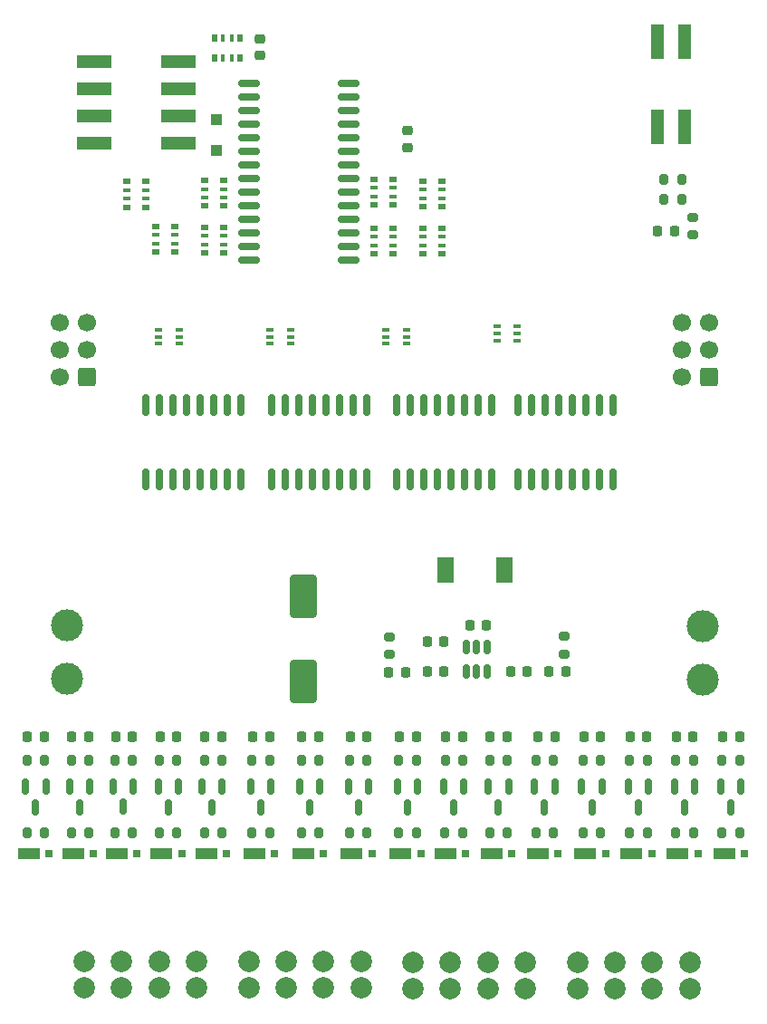
<source format=gts>
%TF.GenerationSoftware,KiCad,Pcbnew,(6.0.9)*%
%TF.CreationDate,2023-11-09T17:58:51+05:30*%
%TF.ProjectId,Modular-I2C-4PxRJ45-Relay-Driver,4d6f6475-6c61-4722-9d49-32432d345078,2*%
%TF.SameCoordinates,Original*%
%TF.FileFunction,Soldermask,Top*%
%TF.FilePolarity,Negative*%
%FSLAX46Y46*%
G04 Gerber Fmt 4.6, Leading zero omitted, Abs format (unit mm)*
G04 Created by KiCad (PCBNEW (6.0.9)) date 2023-11-09 17:58:51*
%MOMM*%
%LPD*%
G01*
G04 APERTURE LIST*
G04 Aperture macros list*
%AMRoundRect*
0 Rectangle with rounded corners*
0 $1 Rounding radius*
0 $2 $3 $4 $5 $6 $7 $8 $9 X,Y pos of 4 corners*
0 Add a 4 corners polygon primitive as box body*
4,1,4,$2,$3,$4,$5,$6,$7,$8,$9,$2,$3,0*
0 Add four circle primitives for the rounded corners*
1,1,$1+$1,$2,$3*
1,1,$1+$1,$4,$5*
1,1,$1+$1,$6,$7*
1,1,$1+$1,$8,$9*
0 Add four rect primitives between the rounded corners*
20,1,$1+$1,$2,$3,$4,$5,0*
20,1,$1+$1,$4,$5,$6,$7,0*
20,1,$1+$1,$6,$7,$8,$9,0*
20,1,$1+$1,$8,$9,$2,$3,0*%
G04 Aperture macros list end*
%ADD10RoundRect,0.250000X0.600000X0.600000X-0.600000X0.600000X-0.600000X-0.600000X0.600000X-0.600000X0*%
%ADD11C,1.700000*%
%ADD12RoundRect,0.218750X0.218750X0.256250X-0.218750X0.256250X-0.218750X-0.256250X0.218750X-0.256250X0*%
%ADD13RoundRect,0.200000X-0.200000X-0.275000X0.200000X-0.275000X0.200000X0.275000X-0.200000X0.275000X0*%
%ADD14C,2.000000*%
%ADD15R,2.000000X1.100000*%
%ADD16R,0.800000X0.800000*%
%ADD17RoundRect,0.150000X-0.150000X0.837500X-0.150000X-0.837500X0.150000X-0.837500X0.150000X0.837500X0*%
%ADD18R,0.650000X0.400000*%
%ADD19RoundRect,0.150000X-0.150000X0.587500X-0.150000X-0.587500X0.150000X-0.587500X0.150000X0.587500X0*%
%ADD20C,3.000000*%
%ADD21R,0.800000X0.500000*%
%ADD22R,0.800000X0.400000*%
%ADD23RoundRect,0.200000X-0.275000X0.200000X-0.275000X-0.200000X0.275000X-0.200000X0.275000X0.200000X0*%
%ADD24RoundRect,0.218750X-0.218750X-0.256250X0.218750X-0.256250X0.218750X0.256250X-0.218750X0.256250X0*%
%ADD25RoundRect,0.225000X0.250000X-0.225000X0.250000X0.225000X-0.250000X0.225000X-0.250000X-0.225000X0*%
%ADD26R,0.500000X0.800000*%
%ADD27R,0.400000X0.800000*%
%ADD28RoundRect,0.225000X0.225000X0.250000X-0.225000X0.250000X-0.225000X-0.250000X0.225000X-0.250000X0*%
%ADD29RoundRect,0.200000X0.200000X0.275000X-0.200000X0.275000X-0.200000X-0.275000X0.200000X-0.275000X0*%
%ADD30RoundRect,0.150000X0.150000X-0.512500X0.150000X0.512500X-0.150000X0.512500X-0.150000X-0.512500X0*%
%ADD31RoundRect,0.225000X-0.225000X-0.250000X0.225000X-0.250000X0.225000X0.250000X-0.225000X0.250000X0*%
%ADD32R,1.500000X2.400000*%
%ADD33RoundRect,0.250000X1.000000X-1.750000X1.000000X1.750000X-1.000000X1.750000X-1.000000X-1.750000X0*%
%ADD34RoundRect,0.150000X0.875000X0.150000X-0.875000X0.150000X-0.875000X-0.150000X0.875000X-0.150000X0*%
%ADD35R,1.200000X3.300000*%
%ADD36R,3.300000X1.200000*%
%ADD37RoundRect,0.200000X0.275000X-0.200000X0.275000X0.200000X-0.275000X0.200000X-0.275000X-0.200000X0*%
%ADD38R,1.100000X1.100000*%
%ADD39RoundRect,0.225000X-0.250000X0.225000X-0.250000X-0.225000X0.250000X-0.225000X0.250000X0.225000X0*%
G04 APERTURE END LIST*
D10*
%TO.C,J1*%
X159933600Y-34864000D03*
D11*
X157393600Y-34864000D03*
X159933600Y-32324000D03*
X157393600Y-32324000D03*
X159933600Y-29784000D03*
X157393600Y-29784000D03*
%TD*%
D12*
%TO.C,LED56*%
X118836500Y-68519000D03*
X117261500Y-68519000D03*
%TD*%
D13*
%TO.C,TH59*%
X130893000Y-77468400D03*
X132543000Y-77468400D03*
%TD*%
D14*
%TO.C,J11*%
X101496000Y-89437300D03*
X101496000Y-91937300D03*
X104996000Y-89437300D03*
X104996000Y-91937300D03*
X108496000Y-89437300D03*
X108496000Y-91937300D03*
X111996000Y-89437300D03*
X111996000Y-91937300D03*
%TD*%
D15*
%TO.C,D57*%
X121982150Y-79441000D03*
D16*
X123882150Y-79441000D03*
%TD*%
D14*
%TO.C,J12*%
X116888400Y-89437300D03*
X116888400Y-91937300D03*
X120388400Y-89437300D03*
X120388400Y-91937300D03*
X123888400Y-89437300D03*
X123888400Y-91937300D03*
X127388400Y-89437300D03*
X127388400Y-91937300D03*
%TD*%
D15*
%TO.C,D61*%
X139607000Y-79441000D03*
D16*
X141507000Y-79441000D03*
%TD*%
D17*
%TO.C,U5*%
X139639000Y-37497500D03*
X138369000Y-37497500D03*
X137099000Y-37497500D03*
X135829000Y-37497500D03*
X134559000Y-37497500D03*
X133289000Y-37497500D03*
X132019000Y-37497500D03*
X130749000Y-37497500D03*
X130749000Y-44422500D03*
X132019000Y-44422500D03*
X133289000Y-44422500D03*
X134559000Y-44422500D03*
X135829000Y-44422500D03*
X137099000Y-44422500D03*
X138369000Y-44422500D03*
X139639000Y-44422500D03*
%TD*%
D12*
%TO.C,LED66*%
X162767300Y-68519000D03*
X161192300Y-68519000D03*
%TD*%
D18*
%TO.C,D8*%
X108463000Y-30473800D03*
X108463000Y-31123800D03*
X108463000Y-31773800D03*
X110363000Y-31773800D03*
X110363000Y-31123800D03*
X110363000Y-30473800D03*
%TD*%
D17*
%TO.C,U4*%
X127955000Y-37497500D03*
X126685000Y-37497500D03*
X125415000Y-37497500D03*
X124145000Y-37497500D03*
X122875000Y-37497500D03*
X121605000Y-37497500D03*
X120335000Y-37497500D03*
X119065000Y-37497500D03*
X119065000Y-44422500D03*
X120335000Y-44422500D03*
X121605000Y-44422500D03*
X122875000Y-44422500D03*
X124145000Y-44422500D03*
X125415000Y-44422500D03*
X126685000Y-44422500D03*
X127955000Y-44422500D03*
%TD*%
D15*
%TO.C,D63*%
X148339300Y-79441000D03*
D16*
X150239300Y-79441000D03*
%TD*%
D12*
%TO.C,LED60*%
X136881800Y-68519000D03*
X135306800Y-68519000D03*
%TD*%
%TO.C,D3*%
X146547900Y-62397600D03*
X144972900Y-62397600D03*
%TD*%
D13*
%TO.C,R58*%
X126313500Y-70721700D03*
X127963500Y-70721700D03*
%TD*%
D19*
%TO.C,Q54*%
X110308500Y-73169500D03*
X108408500Y-73169500D03*
X109358500Y-75044500D03*
%TD*%
D18*
%TO.C,D7*%
X140086000Y-30150000D03*
X140086000Y-30800000D03*
X140086000Y-31450000D03*
X141986000Y-31450000D03*
X141986000Y-30800000D03*
X141986000Y-30150000D03*
%TD*%
D13*
%TO.C,TH54*%
X108533500Y-77468400D03*
X110183500Y-77468400D03*
%TD*%
D12*
%TO.C,LED55*%
X114357000Y-68519000D03*
X112782000Y-68519000D03*
%TD*%
D13*
%TO.C,TH61*%
X139409500Y-77468400D03*
X141059500Y-77468400D03*
%TD*%
D12*
%TO.C,LED58*%
X127946000Y-68519000D03*
X126371000Y-68519000D03*
%TD*%
D13*
%TO.C,R61*%
X139417000Y-70721700D03*
X141067000Y-70721700D03*
%TD*%
D19*
%TO.C,Q53*%
X106117500Y-73155262D03*
X104217500Y-73155262D03*
X105167500Y-75030262D03*
%TD*%
%TO.C,Q63*%
X149916800Y-73169500D03*
X148016800Y-73169500D03*
X148966800Y-75044500D03*
%TD*%
D12*
%TO.C,LED63*%
X149781800Y-68519000D03*
X148206800Y-68519000D03*
%TD*%
%TO.C,LED65*%
X158441000Y-68519000D03*
X156866000Y-68519000D03*
%TD*%
D20*
%TO.C,J4*%
X159367900Y-63133800D03*
X159367900Y-58135800D03*
%TD*%
D10*
%TO.C,J2*%
X101793000Y-34864000D03*
D11*
X99253000Y-34864000D03*
X101793000Y-32324000D03*
X99253000Y-32324000D03*
X101793000Y-29784000D03*
X99253000Y-29784000D03*
%TD*%
D21*
%TO.C,RN9*%
X108182800Y-20811600D03*
D22*
X108182800Y-21611600D03*
X108182800Y-22411600D03*
D21*
X108182800Y-23211600D03*
X109982800Y-23211600D03*
D22*
X109982800Y-22411600D03*
X109982800Y-21611600D03*
D21*
X109982800Y-20811600D03*
%TD*%
D23*
%TO.C,R5*%
X146420800Y-59083400D03*
X146420800Y-60733400D03*
%TD*%
D24*
%TO.C,D2*%
X129986900Y-62448400D03*
X131561900Y-62448400D03*
%TD*%
D25*
%TO.C,C1*%
X117922000Y-4847800D03*
X117922000Y-3297800D03*
%TD*%
D26*
%TO.C,RN1*%
X116074000Y-3230000D03*
D27*
X115274000Y-3230000D03*
X114474000Y-3230000D03*
D26*
X113674000Y-3230000D03*
X113674000Y-5030000D03*
D27*
X114474000Y-5030000D03*
X115274000Y-5030000D03*
D26*
X116074000Y-5030000D03*
%TD*%
D15*
%TO.C,D64*%
X152680500Y-79441000D03*
D16*
X154580500Y-79441000D03*
%TD*%
D28*
%TO.C,C9*%
X142928600Y-62397600D03*
X141378600Y-62397600D03*
%TD*%
D29*
%TO.C,R4*%
X157348350Y-16396300D03*
X155698350Y-16396300D03*
%TD*%
D13*
%TO.C,R60*%
X135249300Y-70721700D03*
X136899300Y-70721700D03*
%TD*%
D12*
%TO.C,LED57*%
X123408500Y-68519000D03*
X121833500Y-68519000D03*
%TD*%
D21*
%TO.C,RN7*%
X105490400Y-16595200D03*
D22*
X105490400Y-17395200D03*
X105490400Y-18195200D03*
D21*
X105490400Y-18995200D03*
X107290400Y-18995200D03*
D22*
X107290400Y-18195200D03*
X107290400Y-17395200D03*
D21*
X107290400Y-16595200D03*
%TD*%
D30*
%TO.C,U2*%
X137241200Y-62404500D03*
X138191200Y-62404500D03*
X139141200Y-62404500D03*
X139141200Y-60129500D03*
X138191200Y-60129500D03*
X137241200Y-60129500D03*
%TD*%
D15*
%TO.C,D53*%
X104540000Y-79441000D03*
D16*
X106440000Y-79441000D03*
%TD*%
D13*
%TO.C,TH60*%
X135241800Y-77468400D03*
X136891800Y-77468400D03*
%TD*%
D31*
%TO.C,C7*%
X133606200Y-59616000D03*
X135156200Y-59616000D03*
%TD*%
%TO.C,C8*%
X133593200Y-62410000D03*
X135143200Y-62410000D03*
%TD*%
D13*
%TO.C,R53*%
X104342500Y-70721700D03*
X105992500Y-70721700D03*
%TD*%
D18*
%TO.C,D6*%
X129731350Y-30458800D03*
X129731350Y-31108800D03*
X129731350Y-31758800D03*
X131631350Y-31758800D03*
X131631350Y-31108800D03*
X131631350Y-30458800D03*
%TD*%
D13*
%TO.C,TH56*%
X117210500Y-77468400D03*
X118860500Y-77468400D03*
%TD*%
D12*
%TO.C,LED53*%
X106009500Y-68519000D03*
X104434500Y-68519000D03*
%TD*%
D21*
%TO.C,RN16*%
X112754800Y-16502800D03*
D22*
X112754800Y-17302800D03*
X112754800Y-18102800D03*
D21*
X112754800Y-18902800D03*
X114554800Y-18902800D03*
D22*
X114554800Y-18102800D03*
X114554800Y-17302800D03*
D21*
X114554800Y-16502800D03*
%TD*%
D17*
%TO.C,U3*%
X116144000Y-37497500D03*
X114874000Y-37497500D03*
X113604000Y-37497500D03*
X112334000Y-37497500D03*
X111064000Y-37497500D03*
X109794000Y-37497500D03*
X108524000Y-37497500D03*
X107254000Y-37497500D03*
X107254000Y-44422500D03*
X108524000Y-44422500D03*
X109794000Y-44422500D03*
X111064000Y-44422500D03*
X112334000Y-44422500D03*
X113604000Y-44422500D03*
X114874000Y-44422500D03*
X116144000Y-44422500D03*
%TD*%
D19*
%TO.C,Q58*%
X128088500Y-73169500D03*
X126188500Y-73169500D03*
X127138500Y-75044500D03*
%TD*%
D13*
%TO.C,R51*%
X96142000Y-70721700D03*
X97792000Y-70721700D03*
%TD*%
%TO.C,TH53*%
X104342500Y-77468400D03*
X105992500Y-77468400D03*
%TD*%
D12*
%TO.C,LED61*%
X141049500Y-68519000D03*
X139474500Y-68519000D03*
%TD*%
%TO.C,LED64*%
X154123000Y-68519000D03*
X152548000Y-68519000D03*
%TD*%
D32*
%TO.C,L1*%
X140801200Y-52885000D03*
X135301200Y-52885000D03*
%TD*%
D13*
%TO.C,R54*%
X108533500Y-70721700D03*
X110183500Y-70721700D03*
%TD*%
%TO.C,TH57*%
X121784650Y-77468400D03*
X123434650Y-77468400D03*
%TD*%
D15*
%TO.C,D55*%
X112922000Y-79441000D03*
D16*
X114822000Y-79441000D03*
%TD*%
D12*
%TO.C,LED52*%
X101911000Y-68519000D03*
X100336000Y-68519000D03*
%TD*%
D13*
%TO.C,R65*%
X156808500Y-70721700D03*
X158458500Y-70721700D03*
%TD*%
%TO.C,TH66*%
X161127300Y-77468400D03*
X162777300Y-77468400D03*
%TD*%
D33*
%TO.C,C5*%
X121986000Y-63349600D03*
X121986000Y-55349600D03*
%TD*%
D21*
%TO.C,RN15*%
X130379000Y-18792000D03*
D22*
X130379000Y-17992000D03*
X130379000Y-17192000D03*
D21*
X130379000Y-16392000D03*
X128579000Y-16392000D03*
D22*
X128579000Y-17192000D03*
X128579000Y-17992000D03*
D21*
X128579000Y-18792000D03*
%TD*%
D13*
%TO.C,TH55*%
X112724500Y-77468400D03*
X114374500Y-77468400D03*
%TD*%
%TO.C,TH58*%
X126313500Y-77468400D03*
X127963500Y-77468400D03*
%TD*%
%TO.C,R56*%
X117210500Y-70721700D03*
X118860500Y-70721700D03*
%TD*%
D29*
%TO.C,R3*%
X157348350Y-18301300D03*
X155698350Y-18301300D03*
%TD*%
D12*
%TO.C,LED59*%
X132552500Y-68519000D03*
X130977500Y-68519000D03*
%TD*%
D19*
%TO.C,Q65*%
X158576000Y-73169500D03*
X156676000Y-73169500D03*
X157626000Y-75044500D03*
%TD*%
D12*
%TO.C,LED51*%
X97774500Y-68519000D03*
X96199500Y-68519000D03*
%TD*%
%TO.C,D4*%
X156682500Y-21275000D03*
X155107500Y-21275000D03*
%TD*%
D13*
%TO.C,TH62*%
X143720000Y-77468400D03*
X145370000Y-77468400D03*
%TD*%
%TO.C,TH63*%
X148141800Y-77468400D03*
X149791800Y-77468400D03*
%TD*%
%TO.C,R64*%
X152490500Y-70721700D03*
X154140500Y-70721700D03*
%TD*%
D15*
%TO.C,D58*%
X126511000Y-79441000D03*
D16*
X128411000Y-79441000D03*
%TD*%
D13*
%TO.C,R62*%
X143727500Y-70721700D03*
X145377500Y-70721700D03*
%TD*%
D21*
%TO.C,RN5*%
X134976400Y-18944400D03*
D22*
X134976400Y-18144400D03*
X134976400Y-17344400D03*
D21*
X134976400Y-16544400D03*
X133176400Y-16544400D03*
D22*
X133176400Y-17344400D03*
X133176400Y-18144400D03*
D21*
X133176400Y-18944400D03*
%TD*%
D15*
%TO.C,D65*%
X156998500Y-79441000D03*
D16*
X158898500Y-79441000D03*
%TD*%
D15*
%TO.C,D60*%
X135290500Y-79441000D03*
D16*
X137190500Y-79441000D03*
%TD*%
D19*
%TO.C,Q57*%
X123559650Y-73169500D03*
X121659650Y-73169500D03*
X122609650Y-75044500D03*
%TD*%
D15*
%TO.C,D52*%
X100476000Y-79441000D03*
D16*
X102376000Y-79441000D03*
%TD*%
D13*
%TO.C,R66*%
X161134800Y-70721700D03*
X162784800Y-70721700D03*
%TD*%
D19*
%TO.C,Q61*%
X141184500Y-73169500D03*
X139284500Y-73169500D03*
X140234500Y-75044500D03*
%TD*%
D34*
%TO.C,U1*%
X126255000Y-23942000D03*
X126255000Y-22672000D03*
X126255000Y-21402000D03*
X126255000Y-20132000D03*
X126255000Y-18862000D03*
X126255000Y-17592000D03*
X126255000Y-16322000D03*
X126255000Y-15052000D03*
X126255000Y-13782000D03*
X126255000Y-12512000D03*
X126255000Y-11242000D03*
X126255000Y-9972000D03*
X126255000Y-8702000D03*
X126255000Y-7432000D03*
X116955000Y-7432000D03*
X116955000Y-8702000D03*
X116955000Y-9972000D03*
X116955000Y-11242000D03*
X116955000Y-12512000D03*
X116955000Y-13782000D03*
X116955000Y-15052000D03*
X116955000Y-16322000D03*
X116955000Y-17592000D03*
X116955000Y-18862000D03*
X116955000Y-20132000D03*
X116955000Y-21402000D03*
X116955000Y-22672000D03*
X116955000Y-23942000D03*
%TD*%
D15*
%TO.C,D54*%
X108731000Y-79441000D03*
D16*
X110631000Y-79441000D03*
%TD*%
D13*
%TO.C,R57*%
X121784650Y-70721700D03*
X123434650Y-70721700D03*
%TD*%
%TO.C,R59*%
X130900500Y-70721700D03*
X132550500Y-70721700D03*
%TD*%
D19*
%TO.C,Q60*%
X137016800Y-73169500D03*
X135116800Y-73169500D03*
X136066800Y-75044500D03*
%TD*%
D21*
%TO.C,RN3*%
X134976400Y-23364000D03*
D22*
X134976400Y-22564000D03*
X134976400Y-21764000D03*
D21*
X134976400Y-20964000D03*
X133176400Y-20964000D03*
D22*
X133176400Y-21764000D03*
X133176400Y-22564000D03*
D21*
X133176400Y-23364000D03*
%TD*%
D14*
%TO.C,J14*%
X147622400Y-89538900D03*
X147622400Y-92038900D03*
X151122400Y-89538900D03*
X151122400Y-92038900D03*
X154622400Y-89538900D03*
X154622400Y-92038900D03*
X158122400Y-89538900D03*
X158122400Y-92038900D03*
%TD*%
%TO.C,J13*%
X132230000Y-89538900D03*
X132230000Y-92038900D03*
X135730000Y-89538900D03*
X135730000Y-92038900D03*
X139230000Y-89538900D03*
X139230000Y-92038900D03*
X142730000Y-89538900D03*
X142730000Y-92038900D03*
%TD*%
D21*
%TO.C,RN11*%
X130379000Y-23364000D03*
D22*
X130379000Y-22564000D03*
X130379000Y-21764000D03*
D21*
X130379000Y-20964000D03*
X128579000Y-20964000D03*
D22*
X128579000Y-21764000D03*
X128579000Y-22564000D03*
D21*
X128579000Y-23364000D03*
%TD*%
D19*
%TO.C,Q52*%
X102053500Y-73169500D03*
X100153500Y-73169500D03*
X101103500Y-75044500D03*
%TD*%
%TO.C,Q59*%
X132668000Y-73169500D03*
X130768000Y-73169500D03*
X131718000Y-75044500D03*
%TD*%
%TO.C,Q56*%
X118985500Y-73169500D03*
X117085500Y-73169500D03*
X118035500Y-75044500D03*
%TD*%
D13*
%TO.C,R55*%
X112724500Y-70721700D03*
X114374500Y-70721700D03*
%TD*%
%TO.C,TH51*%
X96142000Y-77468400D03*
X97792000Y-77468400D03*
%TD*%
D20*
%TO.C,J3*%
X99938800Y-58069800D03*
X99938800Y-63067800D03*
%TD*%
D13*
%TO.C,R52*%
X100278500Y-70721700D03*
X101928500Y-70721700D03*
%TD*%
D35*
%TO.C,SW5*%
X155133000Y-11456300D03*
X157673000Y-11456300D03*
X157673000Y-3556300D03*
X155133000Y-3556300D03*
%TD*%
D17*
%TO.C,U6*%
X150942000Y-37497500D03*
X149672000Y-37497500D03*
X148402000Y-37497500D03*
X147132000Y-37497500D03*
X145862000Y-37497500D03*
X144592000Y-37497500D03*
X143322000Y-37497500D03*
X142052000Y-37497500D03*
X142052000Y-44422500D03*
X143322000Y-44422500D03*
X144592000Y-44422500D03*
X145862000Y-44422500D03*
X147132000Y-44422500D03*
X148402000Y-44422500D03*
X149672000Y-44422500D03*
X150942000Y-44422500D03*
%TD*%
D21*
%TO.C,RN12*%
X112754800Y-20862400D03*
D22*
X112754800Y-21662400D03*
X112754800Y-22462400D03*
D21*
X112754800Y-23262400D03*
X114554800Y-23262400D03*
D22*
X114554800Y-22462400D03*
X114554800Y-21662400D03*
D21*
X114554800Y-20862400D03*
%TD*%
D19*
%TO.C,Q62*%
X145495000Y-73169500D03*
X143595000Y-73169500D03*
X144545000Y-75044500D03*
%TD*%
D36*
%TO.C,SW1*%
X102415000Y-5400000D03*
X102415000Y-7940000D03*
X102415000Y-10480000D03*
X102415000Y-13020000D03*
X110315000Y-13020000D03*
X110315000Y-10480000D03*
X110315000Y-7940000D03*
X110315000Y-5400000D03*
%TD*%
D15*
%TO.C,D59*%
X131090500Y-79441000D03*
D16*
X132990500Y-79441000D03*
%TD*%
D15*
%TO.C,D56*%
X117408000Y-79441000D03*
D16*
X119308000Y-79441000D03*
%TD*%
D28*
%TO.C,C6*%
X139093200Y-58092000D03*
X137543200Y-58092000D03*
%TD*%
D19*
%TO.C,Q55*%
X114372500Y-73169500D03*
X112472500Y-73169500D03*
X113422500Y-75044500D03*
%TD*%
D37*
%TO.C,R6*%
X158435000Y-21592000D03*
X158435000Y-19942000D03*
%TD*%
D13*
%TO.C,R63*%
X148149300Y-70721700D03*
X149799300Y-70721700D03*
%TD*%
D12*
%TO.C,LED62*%
X145506500Y-68519000D03*
X143931500Y-68519000D03*
%TD*%
D19*
%TO.C,Q51*%
X97917000Y-73169500D03*
X96017000Y-73169500D03*
X96967000Y-75044500D03*
%TD*%
D38*
%TO.C,D1*%
X113858000Y-13658000D03*
X113858000Y-10858000D03*
%TD*%
D39*
%TO.C,C3*%
X131765000Y-11864000D03*
X131765000Y-13414000D03*
%TD*%
D12*
%TO.C,LED54*%
X110166000Y-68519000D03*
X108591000Y-68519000D03*
%TD*%
D23*
%TO.C,R1*%
X130063200Y-59134200D03*
X130063200Y-60784200D03*
%TD*%
D13*
%TO.C,TH65*%
X156801000Y-77468400D03*
X158451000Y-77468400D03*
%TD*%
D19*
%TO.C,Q66*%
X162902300Y-73169500D03*
X161002300Y-73169500D03*
X161952300Y-75044500D03*
%TD*%
D15*
%TO.C,D51*%
X96339500Y-79441000D03*
D16*
X98239500Y-79441000D03*
%TD*%
D13*
%TO.C,TH52*%
X100278500Y-77468400D03*
X101928500Y-77468400D03*
%TD*%
%TO.C,TH64*%
X152483000Y-77468400D03*
X154133000Y-77468400D03*
%TD*%
D15*
%TO.C,D66*%
X161324800Y-79441000D03*
D16*
X163224800Y-79441000D03*
%TD*%
D15*
%TO.C,D62*%
X143917500Y-79441000D03*
D16*
X145817500Y-79441000D03*
%TD*%
D18*
%TO.C,D5*%
X118870350Y-30473800D03*
X118870350Y-31123800D03*
X118870350Y-31773800D03*
X120770350Y-31773800D03*
X120770350Y-31123800D03*
X120770350Y-30473800D03*
%TD*%
D19*
%TO.C,Q64*%
X154258000Y-73169500D03*
X152358000Y-73169500D03*
X153308000Y-75044500D03*
%TD*%
M02*

</source>
